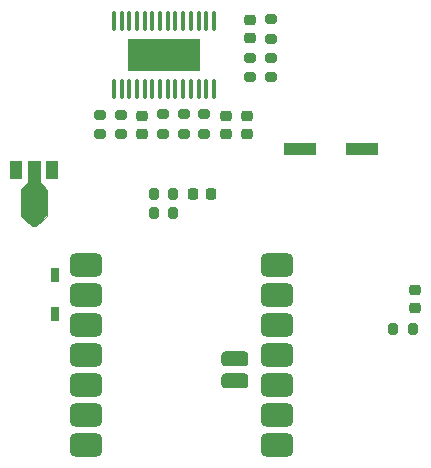
<source format=gbr>
%TF.GenerationSoftware,KiCad,Pcbnew,8.0.4*%
%TF.CreationDate,2025-06-19T10:40:25-04:00*%
%TF.ProjectId,foc_pcb,666f635f-7063-4622-9e6b-696361645f70,2.0*%
%TF.SameCoordinates,Original*%
%TF.FileFunction,Paste,Top*%
%TF.FilePolarity,Positive*%
%FSLAX46Y46*%
G04 Gerber Fmt 4.6, Leading zero omitted, Abs format (unit mm)*
G04 Created by KiCad (PCBNEW 8.0.4) date 2025-06-19 10:40:25*
%MOMM*%
%LPD*%
G01*
G04 APERTURE LIST*
G04 Aperture macros list*
%AMRoundRect*
0 Rectangle with rounded corners*
0 $1 Rounding radius*
0 $2 $3 $4 $5 $6 $7 $8 $9 X,Y pos of 4 corners*
0 Add a 4 corners polygon primitive as box body*
4,1,4,$2,$3,$4,$5,$6,$7,$8,$9,$2,$3,0*
0 Add four circle primitives for the rounded corners*
1,1,$1+$1,$2,$3*
1,1,$1+$1,$4,$5*
1,1,$1+$1,$6,$7*
1,1,$1+$1,$8,$9*
0 Add four rect primitives between the rounded corners*
20,1,$1+$1,$2,$3,$4,$5,0*
20,1,$1+$1,$4,$5,$6,$7,0*
20,1,$1+$1,$6,$7,$8,$9,0*
20,1,$1+$1,$8,$9,$2,$3,0*%
G04 Aperture macros list end*
%ADD10C,0.010000*%
%ADD11RoundRect,0.200000X-0.275000X0.200000X-0.275000X-0.200000X0.275000X-0.200000X0.275000X0.200000X0*%
%ADD12RoundRect,0.218750X-0.256250X0.218750X-0.256250X-0.218750X0.256250X-0.218750X0.256250X0.218750X0*%
%ADD13R,2.692400X1.092200*%
%ADD14RoundRect,0.200000X0.200000X0.275000X-0.200000X0.275000X-0.200000X-0.275000X0.200000X-0.275000X0*%
%ADD15RoundRect,0.225000X0.250000X-0.225000X0.250000X0.225000X-0.250000X0.225000X-0.250000X-0.225000X0*%
%ADD16RoundRect,0.500000X0.875000X0.500000X-0.875000X0.500000X-0.875000X-0.500000X0.875000X-0.500000X0*%
%ADD17RoundRect,0.317500X-0.825500X0.317500X-0.825500X-0.317500X0.825500X-0.317500X0.825500X0.317500X0*%
%ADD18RoundRect,0.225000X-0.225000X-0.250000X0.225000X-0.250000X0.225000X0.250000X-0.225000X0.250000X0*%
%ADD19R,0.730000X1.210000*%
%ADD20R,1.000000X1.500000*%
%ADD21RoundRect,0.200000X0.275000X-0.200000X0.275000X0.200000X-0.275000X0.200000X-0.275000X-0.200000X0*%
%ADD22O,0.343000X1.731500*%
%ADD23R,6.200000X2.750000*%
%ADD24RoundRect,0.225000X-0.250000X0.225000X-0.250000X-0.225000X0.250000X-0.225000X0.250000X0.225000X0*%
%ADD25RoundRect,0.200000X-0.200000X-0.275000X0.200000X-0.275000X0.200000X0.275000X-0.200000X0.275000X0*%
G04 APERTURE END LIST*
D10*
%TO.C,VR1*%
X299966000Y-148402000D02*
X300566000Y-149002000D01*
X300566000Y-151202000D01*
X299666000Y-152102000D01*
X299266000Y-152102000D01*
X298366000Y-151202000D01*
X298366000Y-149002000D01*
X298966000Y-148402000D01*
X298966000Y-146602000D01*
X299966000Y-146602000D01*
X299966000Y-148402000D01*
G36*
X299966000Y-148402000D02*
G01*
X300566000Y-149002000D01*
X300566000Y-151202000D01*
X299666000Y-152102000D01*
X299266000Y-152102000D01*
X298366000Y-151202000D01*
X298366000Y-149002000D01*
X298966000Y-148402000D01*
X298966000Y-146602000D01*
X299966000Y-146602000D01*
X299966000Y-148402000D01*
G37*
%TD*%
D11*
%TO.C,R1*%
X319532000Y-134594000D03*
X319532000Y-136244000D03*
%TD*%
D12*
%TO.C,D1*%
X331724000Y-157480000D03*
X331724000Y-159055000D03*
%TD*%
D13*
%TO.C,C5*%
X321957700Y-145542000D03*
X327266300Y-145542000D03*
%TD*%
D14*
%TO.C,R7*%
X311264000Y-149352000D03*
X309614000Y-149352000D03*
%TD*%
D15*
%TO.C,C2*%
X317754000Y-136157000D03*
X317754000Y-134607000D03*
%TD*%
D16*
%TO.C,U3*%
X320075517Y-170629833D03*
X320075517Y-168089833D03*
X320075517Y-165549833D03*
X320075517Y-163009833D03*
X320075517Y-160469833D03*
X320075517Y-157929833D03*
X320075517Y-155389833D03*
X303910517Y-155389833D03*
X303910517Y-157929833D03*
X303910517Y-160469833D03*
X303910517Y-163009833D03*
X303910517Y-165549833D03*
X303910517Y-168089833D03*
X303910517Y-170629833D03*
D17*
X316465517Y-163304833D03*
X316465516Y-165209833D03*
%TD*%
D18*
%TO.C,C4*%
X312915000Y-149352000D03*
X314465000Y-149352000D03*
%TD*%
D19*
%TO.C,D2*%
X301244000Y-159569998D03*
X301244000Y-156210000D03*
%TD*%
D20*
%TO.C,VR1*%
X300966000Y-147352000D03*
X297966000Y-147352000D03*
%TD*%
D21*
%TO.C,R4*%
X306832000Y-144335000D03*
X306832000Y-142685000D03*
%TD*%
D22*
%TO.C,U1*%
X314706000Y-134730000D03*
X314056000Y-134730000D03*
X313406000Y-134730000D03*
X312756000Y-134730000D03*
X312106000Y-134729999D03*
X311456000Y-134730000D03*
X310806000Y-134730000D03*
X310156000Y-134730000D03*
X309506000Y-134730000D03*
X308856000Y-134729999D03*
X308206000Y-134730000D03*
X307556000Y-134730000D03*
X306906000Y-134730000D03*
X306256000Y-134730000D03*
X306256000Y-140462000D03*
X306906000Y-140462000D03*
X307556000Y-140462000D03*
X308206000Y-140462000D03*
X308856000Y-140462001D03*
X309506000Y-140462000D03*
X310156000Y-140462000D03*
X310806000Y-140462000D03*
X311456000Y-140462000D03*
X312106000Y-140462001D03*
X312756000Y-140462000D03*
X313406000Y-140462000D03*
X314056000Y-140462000D03*
X314706000Y-140462000D03*
D23*
X310481000Y-137596000D03*
%TD*%
D11*
%TO.C,R6*%
X310388000Y-142635000D03*
X310388000Y-144285000D03*
%TD*%
D24*
%TO.C,C1*%
X317500000Y-142735000D03*
X317500000Y-144285000D03*
%TD*%
D21*
%TO.C,R10*%
X319532000Y-139509000D03*
X319532000Y-137859000D03*
%TD*%
D11*
%TO.C,R9*%
X313884000Y-142635000D03*
X313884000Y-144285000D03*
%TD*%
D25*
%TO.C,R2*%
X329883000Y-160782000D03*
X331533000Y-160782000D03*
%TD*%
D15*
%TO.C,C3*%
X308610000Y-144285000D03*
X308610000Y-142735000D03*
%TD*%
D25*
%TO.C,R5*%
X309614000Y-151003000D03*
X311264000Y-151003000D03*
%TD*%
D24*
%TO.C,C6*%
X315722000Y-142748000D03*
X315722000Y-144298000D03*
%TD*%
D21*
%TO.C,R11*%
X317754000Y-139509000D03*
X317754000Y-137859000D03*
%TD*%
D11*
%TO.C,R3*%
X305054000Y-142685000D03*
X305054000Y-144335000D03*
%TD*%
%TO.C,R8*%
X312166000Y-142635000D03*
X312166000Y-144285000D03*
%TD*%
M02*

</source>
